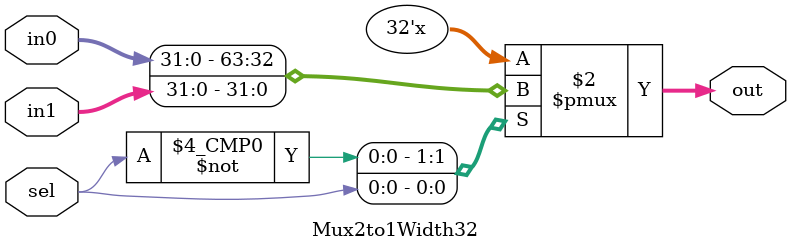
<source format=v>


`timescale 1ns / 1ps

// It is a 2-to-1 multiplexor where the bus width of each of
// the 2 inputs is 32. A 1-bit selector selects one of these
// and outputs the chosen 32-bit binary string.

module Mux2to1Width32 ( out , in0 , in1 , sel ) ;
    input wire sel ;
    input wire [31:0] in0 ;
    input wire [31:0] in1 ;
    output reg [31:0] out ;

    always @ ( * ) begin
        case ( sel )    // multiplexor logic (purely combinational)
            1'b0 : out = in0 ;
            1'b1 : out = in1 ;
            default : out = in0 ;   // to avoid latches
        endcase
    end
endmodule
</source>
